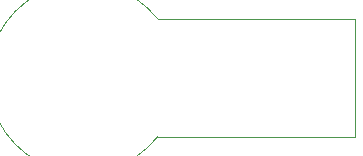
<source format=gbr>
%TF.GenerationSoftware,KiCad,Pcbnew,7.0.5*%
%TF.CreationDate,2024-02-24T17:46:26+01:00*%
%TF.ProjectId,ULHolder,554c486f-6c64-4657-922e-6b696361645f,rev?*%
%TF.SameCoordinates,Original*%
%TF.FileFunction,Profile,NP*%
%FSLAX46Y46*%
G04 Gerber Fmt 4.6, Leading zero omitted, Abs format (unit mm)*
G04 Created by KiCad (PCBNEW 7.0.5) date 2024-02-24 17:46:26*
%MOMM*%
%LPD*%
G01*
G04 APERTURE LIST*
%TA.AperFunction,Profile*%
%ADD10C,0.010000*%
%TD*%
G04 APERTURE END LIST*
D10*
X164022604Y-100003600D02*
X164022604Y-110003600D01*
X147322604Y-100003600D02*
G75*
G03*
X147322604Y-110003600I-6300004J-5000000D01*
G01*
X164022604Y-110003600D02*
X147322604Y-110003600D01*
X164022604Y-100003600D02*
X147322604Y-100003600D01*
M02*

</source>
